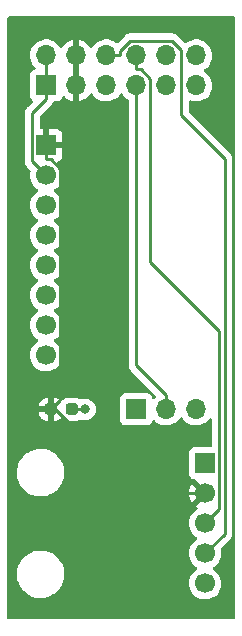
<source format=gtl>
G04 #@! TF.GenerationSoftware,KiCad,Pcbnew,6.0.9-8da3e8f707~116~ubuntu20.04.1*
G04 #@! TF.CreationDate,2023-03-05T00:07:15+01:00*
G04 #@! TF.ProjectId,accl_magn_pmod,6163636c-5f6d-4616-976e-5f706d6f642e,rev?*
G04 #@! TF.SameCoordinates,Original*
G04 #@! TF.FileFunction,Copper,L1,Top*
G04 #@! TF.FilePolarity,Positive*
%FSLAX46Y46*%
G04 Gerber Fmt 4.6, Leading zero omitted, Abs format (unit mm)*
G04 Created by KiCad (PCBNEW 6.0.9-8da3e8f707~116~ubuntu20.04.1) date 2023-03-05 00:07:15*
%MOMM*%
%LPD*%
G01*
G04 APERTURE LIST*
G04 Aperture macros list*
%AMRoundRect*
0 Rectangle with rounded corners*
0 $1 Rounding radius*
0 $2 $3 $4 $5 $6 $7 $8 $9 X,Y pos of 4 corners*
0 Add a 4 corners polygon primitive as box body*
4,1,4,$2,$3,$4,$5,$6,$7,$8,$9,$2,$3,0*
0 Add four circle primitives for the rounded corners*
1,1,$1+$1,$2,$3*
1,1,$1+$1,$4,$5*
1,1,$1+$1,$6,$7*
1,1,$1+$1,$8,$9*
0 Add four rect primitives between the rounded corners*
20,1,$1+$1,$2,$3,$4,$5,0*
20,1,$1+$1,$4,$5,$6,$7,0*
20,1,$1+$1,$6,$7,$8,$9,0*
20,1,$1+$1,$8,$9,$2,$3,0*%
G04 Aperture macros list end*
G04 #@! TA.AperFunction,ComponentPad*
%ADD10R,1.700000X1.700000*%
G04 #@! TD*
G04 #@! TA.AperFunction,ComponentPad*
%ADD11C,1.700000*%
G04 #@! TD*
G04 #@! TA.AperFunction,ComponentPad*
%ADD12O,1.700000X1.700000*%
G04 #@! TD*
G04 #@! TA.AperFunction,SMDPad,CuDef*
%ADD13RoundRect,0.237500X-0.287500X-0.237500X0.287500X-0.237500X0.287500X0.237500X-0.287500X0.237500X0*%
G04 #@! TD*
G04 #@! TA.AperFunction,ViaPad*
%ADD14C,0.800000*%
G04 #@! TD*
G04 #@! TA.AperFunction,Conductor*
%ADD15C,0.250000*%
G04 #@! TD*
G04 APERTURE END LIST*
D10*
X131572000Y-94234000D03*
D11*
X131572000Y-96774000D03*
X131572000Y-99314000D03*
X131572000Y-101854000D03*
X131572000Y-104394000D03*
D10*
X118110000Y-67310000D03*
D11*
X118110000Y-69850000D03*
X118110000Y-72390000D03*
X118110000Y-74930000D03*
X118110000Y-77470000D03*
X118110000Y-80010000D03*
X118110000Y-82550000D03*
X118110000Y-85090000D03*
D10*
X125730000Y-89662000D03*
D12*
X128270000Y-89662000D03*
X130810000Y-89662000D03*
D10*
X118110000Y-62230000D03*
D12*
X118110000Y-59690000D03*
X120650000Y-62230000D03*
X120650000Y-59690000D03*
X123190000Y-62230000D03*
X123190000Y-59690000D03*
X125730000Y-62230000D03*
X125730000Y-59690000D03*
X128270000Y-62230000D03*
X128270000Y-59690000D03*
X130810000Y-62230000D03*
X130810000Y-59690000D03*
D13*
X118505000Y-89662000D03*
X120255000Y-89662000D03*
D14*
X121393900Y-89662000D03*
D15*
X125730000Y-59690000D02*
X125730000Y-60865300D01*
X132765900Y-98120100D02*
X131572000Y-99314000D01*
X132765900Y-83045700D02*
X132765900Y-98120100D01*
X126905300Y-77185100D02*
X132765900Y-83045700D01*
X126905300Y-61673200D02*
X126905300Y-77185100D01*
X126097400Y-60865300D02*
X126905300Y-61673200D01*
X125730000Y-60865300D02*
X126097400Y-60865300D01*
X128270000Y-89662000D02*
X128270000Y-88486700D01*
X125730000Y-85946700D02*
X125730000Y-62230000D01*
X128270000Y-88486700D02*
X125730000Y-85946700D01*
X133220200Y-100205800D02*
X131572000Y-101854000D01*
X133220200Y-68440000D02*
X133220200Y-100205800D01*
X129540000Y-64759800D02*
X133220200Y-68440000D01*
X129540000Y-59226600D02*
X129540000Y-64759800D01*
X128779900Y-58466500D02*
X129540000Y-59226600D01*
X125221500Y-58466500D02*
X128779900Y-58466500D01*
X124365300Y-59322700D02*
X125221500Y-58466500D01*
X124365300Y-59690000D02*
X124365300Y-59322700D01*
X123190000Y-59690000D02*
X124365300Y-59690000D01*
X120255000Y-89662000D02*
X121393900Y-89662000D01*
X120650000Y-59690000D02*
X120650000Y-62230000D01*
X120650000Y-62230000D02*
X120650000Y-63405300D01*
X118110000Y-65945300D02*
X120650000Y-63405300D01*
X118110000Y-67310000D02*
X118110000Y-65945300D01*
X118110000Y-67310000D02*
X118110000Y-68485300D01*
X119291400Y-88875600D02*
X118691600Y-89475400D01*
X119291400Y-69299400D02*
X119291400Y-88875600D01*
X118477300Y-68485300D02*
X119291400Y-69299400D01*
X118110000Y-68485300D02*
X118477300Y-68485300D01*
X118691600Y-89475400D02*
X118505000Y-89662000D01*
X125990200Y-96774000D02*
X131572000Y-96774000D01*
X118691600Y-89475400D02*
X125990200Y-96774000D01*
X118110000Y-59690000D02*
X118110000Y-62230000D01*
X116934700Y-64580600D02*
X118110000Y-63405300D01*
X116934700Y-68674700D02*
X116934700Y-64580600D01*
X118110000Y-69850000D02*
X116934700Y-68674700D01*
X118110000Y-62230000D02*
X118110000Y-63405300D01*
G04 #@! TA.AperFunction,Conductor*
G36*
X133955018Y-56390000D02*
G01*
X133969853Y-56392310D01*
X133969855Y-56392310D01*
X133978724Y-56393691D01*
X133984508Y-56392935D01*
X134050868Y-56413307D01*
X134096700Y-56467528D01*
X134105165Y-56508873D01*
X134106309Y-56508723D01*
X134106309Y-56508724D01*
X134106329Y-56508873D01*
X134110436Y-56540283D01*
X134111500Y-56556621D01*
X134111500Y-107265633D01*
X134110000Y-107285018D01*
X134106309Y-107308724D01*
X134107065Y-107314508D01*
X134086693Y-107380868D01*
X134032472Y-107426700D01*
X133991127Y-107435165D01*
X133991277Y-107436309D01*
X133991276Y-107436309D01*
X133959714Y-107440436D01*
X133943379Y-107441500D01*
X114984367Y-107441500D01*
X114964982Y-107440000D01*
X114950148Y-107437690D01*
X114950145Y-107437690D01*
X114941276Y-107436309D01*
X114936065Y-107436990D01*
X114869984Y-107416706D01*
X114824150Y-107362486D01*
X114813671Y-107319778D01*
X114813729Y-107315000D01*
X114809773Y-107287376D01*
X114808500Y-107269514D01*
X114808500Y-103551133D01*
X115615222Y-103551133D01*
X115615375Y-103555521D01*
X115615375Y-103555527D01*
X115622327Y-103754590D01*
X115625025Y-103831858D01*
X115625787Y-103836181D01*
X115625788Y-103836188D01*
X115649564Y-103971024D01*
X115673802Y-104108487D01*
X115760603Y-104375635D01*
X115762531Y-104379588D01*
X115762533Y-104379593D01*
X115803657Y-104463908D01*
X115883740Y-104628102D01*
X115886195Y-104631741D01*
X115886198Y-104631747D01*
X115959290Y-104740110D01*
X116040815Y-104860976D01*
X116228771Y-105069722D01*
X116443950Y-105250279D01*
X116682164Y-105399131D01*
X116938775Y-105513382D01*
X117208790Y-105590807D01*
X117213140Y-105591418D01*
X117213143Y-105591419D01*
X117316090Y-105605887D01*
X117486952Y-105629900D01*
X117697546Y-105629900D01*
X117699732Y-105629747D01*
X117699736Y-105629747D01*
X117903227Y-105615518D01*
X117903232Y-105615517D01*
X117907612Y-105615211D01*
X118182370Y-105556809D01*
X118186499Y-105555306D01*
X118186503Y-105555305D01*
X118442181Y-105462246D01*
X118442185Y-105462244D01*
X118446326Y-105460737D01*
X118694342Y-105328864D01*
X118799296Y-105252611D01*
X118918029Y-105166347D01*
X118918032Y-105166344D01*
X118921592Y-105163758D01*
X119123652Y-104968631D01*
X119296588Y-104747282D01*
X119298784Y-104743478D01*
X119298789Y-104743471D01*
X119434835Y-104507831D01*
X119437036Y-104504019D01*
X119542262Y-104243576D01*
X119543328Y-104239301D01*
X119609153Y-103975293D01*
X119609154Y-103975288D01*
X119610217Y-103971024D01*
X119611933Y-103954702D01*
X119639119Y-103696036D01*
X119639119Y-103696033D01*
X119639578Y-103691667D01*
X119639425Y-103687273D01*
X119629929Y-103415339D01*
X119629928Y-103415333D01*
X119629775Y-103410942D01*
X119628000Y-103400870D01*
X119590000Y-103185364D01*
X119580998Y-103134313D01*
X119494197Y-102867165D01*
X119371060Y-102614698D01*
X119368605Y-102611059D01*
X119368602Y-102611053D01*
X119269298Y-102463829D01*
X119213985Y-102381824D01*
X119194743Y-102360453D01*
X119028966Y-102176340D01*
X119026029Y-102173078D01*
X118810850Y-101992521D01*
X118572636Y-101843669D01*
X118316025Y-101729418D01*
X118046010Y-101651993D01*
X118041660Y-101651382D01*
X118041657Y-101651381D01*
X117899205Y-101631361D01*
X117767848Y-101612900D01*
X117557254Y-101612900D01*
X117555068Y-101613053D01*
X117555064Y-101613053D01*
X117351573Y-101627282D01*
X117351568Y-101627283D01*
X117347188Y-101627589D01*
X117072430Y-101685991D01*
X117068301Y-101687494D01*
X117068297Y-101687495D01*
X116812619Y-101780554D01*
X116812615Y-101780556D01*
X116808474Y-101782063D01*
X116560458Y-101913936D01*
X116556899Y-101916522D01*
X116556897Y-101916523D01*
X116381832Y-102043715D01*
X116333208Y-102079042D01*
X116131148Y-102274169D01*
X115958212Y-102495518D01*
X115956016Y-102499322D01*
X115956011Y-102499329D01*
X115863775Y-102659088D01*
X115817764Y-102738781D01*
X115712538Y-102999224D01*
X115711473Y-103003497D01*
X115711472Y-103003499D01*
X115647869Y-103258598D01*
X115644583Y-103271776D01*
X115644124Y-103276144D01*
X115644123Y-103276149D01*
X115633772Y-103374635D01*
X115615222Y-103551133D01*
X114808500Y-103551133D01*
X114808500Y-94951133D01*
X115615222Y-94951133D01*
X115615375Y-94955521D01*
X115615375Y-94955527D01*
X115623440Y-95186460D01*
X115625025Y-95231858D01*
X115625787Y-95236181D01*
X115625788Y-95236188D01*
X115649564Y-95371024D01*
X115673802Y-95508487D01*
X115760603Y-95775635D01*
X115883740Y-96028102D01*
X115886195Y-96031741D01*
X115886198Y-96031747D01*
X115959290Y-96140110D01*
X116040815Y-96260976D01*
X116228771Y-96469722D01*
X116443950Y-96650279D01*
X116682164Y-96799131D01*
X116938775Y-96913382D01*
X117208790Y-96990807D01*
X117213140Y-96991418D01*
X117213143Y-96991419D01*
X117316090Y-97005887D01*
X117486952Y-97029900D01*
X117697546Y-97029900D01*
X117699732Y-97029747D01*
X117699736Y-97029747D01*
X117903227Y-97015518D01*
X117903232Y-97015517D01*
X117907612Y-97015211D01*
X118182370Y-96956809D01*
X118186499Y-96955306D01*
X118186503Y-96955305D01*
X118442181Y-96862246D01*
X118442185Y-96862244D01*
X118446326Y-96860737D01*
X118662372Y-96745863D01*
X130210050Y-96745863D01*
X130222309Y-96958477D01*
X130223745Y-96968697D01*
X130270565Y-97176446D01*
X130273645Y-97186275D01*
X130353770Y-97383603D01*
X130358413Y-97392794D01*
X130438460Y-97523420D01*
X130448916Y-97532880D01*
X130457694Y-97529096D01*
X131199978Y-96786812D01*
X131207592Y-96772868D01*
X131207461Y-96771035D01*
X131203210Y-96764420D01*
X130461849Y-96023059D01*
X130450313Y-96016759D01*
X130438031Y-96026382D01*
X130390089Y-96096662D01*
X130385004Y-96105613D01*
X130295338Y-96298783D01*
X130291775Y-96308470D01*
X130234864Y-96513681D01*
X130232933Y-96523800D01*
X130210302Y-96735574D01*
X130210050Y-96745863D01*
X118662372Y-96745863D01*
X118694342Y-96728864D01*
X118799296Y-96652611D01*
X118918029Y-96566347D01*
X118918032Y-96566344D01*
X118921592Y-96563758D01*
X119123652Y-96368631D01*
X119296588Y-96147282D01*
X119298784Y-96143478D01*
X119298789Y-96143471D01*
X119434835Y-95907831D01*
X119437036Y-95904019D01*
X119542262Y-95643576D01*
X119575944Y-95508487D01*
X119609153Y-95375293D01*
X119609154Y-95375288D01*
X119610217Y-95371024D01*
X119613700Y-95337891D01*
X119639119Y-95096036D01*
X119639119Y-95096033D01*
X119639578Y-95091667D01*
X119629775Y-94810942D01*
X119606008Y-94676149D01*
X119581760Y-94538636D01*
X119580998Y-94534313D01*
X119494197Y-94267165D01*
X119371060Y-94014698D01*
X119368605Y-94011059D01*
X119368602Y-94011053D01*
X119288335Y-93892053D01*
X119213985Y-93781824D01*
X119026029Y-93573078D01*
X118810850Y-93392521D01*
X118572636Y-93243669D01*
X118316025Y-93129418D01*
X118046010Y-93051993D01*
X118041660Y-93051382D01*
X118041657Y-93051381D01*
X117938710Y-93036913D01*
X117767848Y-93012900D01*
X117557254Y-93012900D01*
X117555068Y-93013053D01*
X117555064Y-93013053D01*
X117351573Y-93027282D01*
X117351568Y-93027283D01*
X117347188Y-93027589D01*
X117072430Y-93085991D01*
X117068301Y-93087494D01*
X117068297Y-93087495D01*
X116812619Y-93180554D01*
X116812615Y-93180556D01*
X116808474Y-93182063D01*
X116560458Y-93313936D01*
X116556899Y-93316522D01*
X116556897Y-93316523D01*
X116452295Y-93392521D01*
X116333208Y-93479042D01*
X116131148Y-93674169D01*
X115958212Y-93895518D01*
X115956016Y-93899322D01*
X115956011Y-93899329D01*
X115842194Y-94096467D01*
X115817764Y-94138781D01*
X115712538Y-94399224D01*
X115711473Y-94403497D01*
X115711472Y-94403499D01*
X115677779Y-94538636D01*
X115644583Y-94671776D01*
X115615222Y-94951133D01*
X114808500Y-94951133D01*
X114808500Y-89945766D01*
X117472000Y-89945766D01*
X117472337Y-89952282D01*
X117482075Y-90046132D01*
X117484968Y-90059528D01*
X117535488Y-90210953D01*
X117541653Y-90224115D01*
X117625426Y-90359492D01*
X117634460Y-90370890D01*
X117747129Y-90483363D01*
X117758540Y-90492375D01*
X117894063Y-90575912D01*
X117907241Y-90582056D01*
X118058766Y-90632315D01*
X118072132Y-90635181D01*
X118164770Y-90644672D01*
X118171185Y-90645000D01*
X118232885Y-90645000D01*
X118248124Y-90640525D01*
X118249329Y-90639135D01*
X118251000Y-90631452D01*
X118251000Y-90626885D01*
X118759000Y-90626885D01*
X118763475Y-90642124D01*
X118764865Y-90643329D01*
X118772548Y-90645000D01*
X118838766Y-90645000D01*
X118845282Y-90644663D01*
X118939132Y-90634925D01*
X118952528Y-90632032D01*
X119103953Y-90581512D01*
X119117115Y-90575347D01*
X119252492Y-90491574D01*
X119263895Y-90482536D01*
X119290525Y-90455860D01*
X119352807Y-90421781D01*
X119423627Y-90426784D01*
X119468715Y-90455705D01*
X119501997Y-90488929D01*
X119508227Y-90492769D01*
X119508228Y-90492770D01*
X119641834Y-90575126D01*
X119650080Y-90580209D01*
X119815191Y-90634974D01*
X119822027Y-90635674D01*
X119822030Y-90635675D01*
X119856828Y-90639240D01*
X119917928Y-90645500D01*
X120592072Y-90645500D01*
X120595318Y-90645163D01*
X120595322Y-90645163D01*
X120689235Y-90635419D01*
X120689239Y-90635418D01*
X120696093Y-90634707D01*
X120702629Y-90632526D01*
X120702631Y-90632526D01*
X120846228Y-90584618D01*
X120861107Y-90579654D01*
X120955176Y-90521442D01*
X121023626Y-90502606D01*
X121072725Y-90513481D01*
X121105577Y-90528108D01*
X121105585Y-90528111D01*
X121111612Y-90530794D01*
X121197909Y-90549137D01*
X121291956Y-90569128D01*
X121291961Y-90569128D01*
X121298413Y-90570500D01*
X121489387Y-90570500D01*
X121495839Y-90569128D01*
X121495844Y-90569128D01*
X121589891Y-90549137D01*
X121676188Y-90530794D01*
X121776701Y-90486043D01*
X121844622Y-90455803D01*
X121844624Y-90455802D01*
X121850652Y-90453118D01*
X121886898Y-90426784D01*
X121906057Y-90412864D01*
X122005153Y-90340866D01*
X122009575Y-90335955D01*
X122128521Y-90203852D01*
X122128522Y-90203851D01*
X122132940Y-90198944D01*
X122228427Y-90033556D01*
X122287442Y-89851928D01*
X122307404Y-89662000D01*
X122287442Y-89472072D01*
X122228427Y-89290444D01*
X122132940Y-89125056D01*
X122116755Y-89107080D01*
X122009575Y-88988045D01*
X122009574Y-88988044D01*
X122005153Y-88983134D01*
X121906057Y-88911136D01*
X121855994Y-88874763D01*
X121855993Y-88874762D01*
X121850652Y-88870882D01*
X121844624Y-88868198D01*
X121844622Y-88868197D01*
X121682219Y-88795891D01*
X121682218Y-88795891D01*
X121676188Y-88793206D01*
X121554231Y-88767283D01*
X121495844Y-88754872D01*
X121495839Y-88754872D01*
X121489387Y-88753500D01*
X121298413Y-88753500D01*
X121291961Y-88754872D01*
X121291956Y-88754872D01*
X121182148Y-88778213D01*
X121111612Y-88793206D01*
X121105579Y-88795892D01*
X121105576Y-88795893D01*
X121072773Y-88810498D01*
X121002406Y-88819932D01*
X120955409Y-88802651D01*
X120866150Y-88747631D01*
X120866148Y-88747630D01*
X120859920Y-88743791D01*
X120694809Y-88689026D01*
X120687973Y-88688326D01*
X120687970Y-88688325D01*
X120636474Y-88683049D01*
X120592072Y-88678500D01*
X119917928Y-88678500D01*
X119914682Y-88678837D01*
X119914678Y-88678837D01*
X119820765Y-88688581D01*
X119820761Y-88688582D01*
X119813907Y-88689293D01*
X119807371Y-88691474D01*
X119807369Y-88691474D01*
X119753219Y-88709540D01*
X119648893Y-88744346D01*
X119500969Y-88835884D01*
X119468769Y-88868141D01*
X119406488Y-88902220D01*
X119335668Y-88897218D01*
X119290578Y-88868296D01*
X119262871Y-88840637D01*
X119251460Y-88831625D01*
X119115937Y-88748088D01*
X119102759Y-88741944D01*
X118951234Y-88691685D01*
X118937868Y-88688819D01*
X118845230Y-88679328D01*
X118838815Y-88679000D01*
X118777115Y-88679000D01*
X118761876Y-88683475D01*
X118760671Y-88684865D01*
X118759000Y-88692548D01*
X118759000Y-90626885D01*
X118251000Y-90626885D01*
X118251000Y-89934115D01*
X118246525Y-89918876D01*
X118245135Y-89917671D01*
X118237452Y-89916000D01*
X117490115Y-89916000D01*
X117474876Y-89920475D01*
X117473671Y-89921865D01*
X117472000Y-89929548D01*
X117472000Y-89945766D01*
X114808500Y-89945766D01*
X114808500Y-89389885D01*
X117472000Y-89389885D01*
X117476475Y-89405124D01*
X117477865Y-89406329D01*
X117485548Y-89408000D01*
X118232885Y-89408000D01*
X118248124Y-89403525D01*
X118249329Y-89402135D01*
X118251000Y-89394452D01*
X118251000Y-88697115D01*
X118246525Y-88681876D01*
X118245135Y-88680671D01*
X118237452Y-88679000D01*
X118171234Y-88679000D01*
X118164718Y-88679337D01*
X118070868Y-88689075D01*
X118057472Y-88691968D01*
X117906047Y-88742488D01*
X117892885Y-88748653D01*
X117757508Y-88832426D01*
X117746110Y-88841460D01*
X117633637Y-88954129D01*
X117624625Y-88965540D01*
X117541088Y-89101063D01*
X117534944Y-89114241D01*
X117484685Y-89265766D01*
X117481819Y-89279132D01*
X117472328Y-89371770D01*
X117472000Y-89378185D01*
X117472000Y-89389885D01*
X114808500Y-89389885D01*
X114808500Y-64560543D01*
X116296480Y-64560543D01*
X116297226Y-64568435D01*
X116300641Y-64604561D01*
X116301200Y-64616419D01*
X116301200Y-68595933D01*
X116300673Y-68607116D01*
X116298998Y-68614609D01*
X116299247Y-68622535D01*
X116299247Y-68622536D01*
X116301138Y-68682686D01*
X116301200Y-68686645D01*
X116301200Y-68714556D01*
X116301697Y-68718490D01*
X116301697Y-68718491D01*
X116301705Y-68718556D01*
X116302638Y-68730393D01*
X116304027Y-68774589D01*
X116309156Y-68792242D01*
X116309678Y-68794039D01*
X116313687Y-68813400D01*
X116316226Y-68833497D01*
X116319145Y-68840868D01*
X116319145Y-68840870D01*
X116332504Y-68874612D01*
X116336349Y-68885842D01*
X116348682Y-68928293D01*
X116352715Y-68935112D01*
X116352717Y-68935117D01*
X116358993Y-68945728D01*
X116367688Y-68963476D01*
X116375148Y-68982317D01*
X116379810Y-68988733D01*
X116379810Y-68988734D01*
X116401136Y-69018087D01*
X116407652Y-69028007D01*
X116430158Y-69066062D01*
X116444479Y-69080383D01*
X116457319Y-69095416D01*
X116469228Y-69111807D01*
X116475334Y-69116858D01*
X116503305Y-69139998D01*
X116512084Y-69147988D01*
X116759778Y-69395682D01*
X116793804Y-69457994D01*
X116792100Y-69518448D01*
X116770989Y-69594570D01*
X116770441Y-69599700D01*
X116770440Y-69599704D01*
X116766933Y-69632522D01*
X116747251Y-69816695D01*
X116747548Y-69821848D01*
X116747548Y-69821851D01*
X116759265Y-70025060D01*
X116760110Y-70039715D01*
X116761247Y-70044761D01*
X116761248Y-70044767D01*
X116778735Y-70122358D01*
X116809222Y-70257639D01*
X116893266Y-70464616D01*
X116895965Y-70469020D01*
X116960181Y-70573811D01*
X117009987Y-70655088D01*
X117156250Y-70823938D01*
X117328126Y-70966632D01*
X117398595Y-71007811D01*
X117401445Y-71009476D01*
X117450169Y-71061114D01*
X117463240Y-71130897D01*
X117436509Y-71196669D01*
X117396055Y-71230027D01*
X117383607Y-71236507D01*
X117379474Y-71239610D01*
X117379471Y-71239612D01*
X117355247Y-71257800D01*
X117204965Y-71370635D01*
X117050629Y-71532138D01*
X116924743Y-71716680D01*
X116830688Y-71919305D01*
X116770989Y-72134570D01*
X116747251Y-72356695D01*
X116747548Y-72361848D01*
X116747548Y-72361851D01*
X116753011Y-72456590D01*
X116760110Y-72579715D01*
X116761247Y-72584761D01*
X116761248Y-72584767D01*
X116781119Y-72672939D01*
X116809222Y-72797639D01*
X116893266Y-73004616D01*
X117009987Y-73195088D01*
X117156250Y-73363938D01*
X117328126Y-73506632D01*
X117398595Y-73547811D01*
X117401445Y-73549476D01*
X117450169Y-73601114D01*
X117463240Y-73670897D01*
X117436509Y-73736669D01*
X117396055Y-73770027D01*
X117383607Y-73776507D01*
X117379474Y-73779610D01*
X117379471Y-73779612D01*
X117355247Y-73797800D01*
X117204965Y-73910635D01*
X117050629Y-74072138D01*
X116924743Y-74256680D01*
X116830688Y-74459305D01*
X116770989Y-74674570D01*
X116747251Y-74896695D01*
X116747548Y-74901848D01*
X116747548Y-74901851D01*
X116753011Y-74996590D01*
X116760110Y-75119715D01*
X116761247Y-75124761D01*
X116761248Y-75124767D01*
X116781119Y-75212939D01*
X116809222Y-75337639D01*
X116893266Y-75544616D01*
X117009987Y-75735088D01*
X117156250Y-75903938D01*
X117328126Y-76046632D01*
X117398595Y-76087811D01*
X117401445Y-76089476D01*
X117450169Y-76141114D01*
X117463240Y-76210897D01*
X117436509Y-76276669D01*
X117396055Y-76310027D01*
X117383607Y-76316507D01*
X117379474Y-76319610D01*
X117379471Y-76319612D01*
X117355247Y-76337800D01*
X117204965Y-76450635D01*
X117050629Y-76612138D01*
X116924743Y-76796680D01*
X116830688Y-76999305D01*
X116770989Y-77214570D01*
X116747251Y-77436695D01*
X116747548Y-77441848D01*
X116747548Y-77441851D01*
X116753011Y-77536590D01*
X116760110Y-77659715D01*
X116761247Y-77664761D01*
X116761248Y-77664767D01*
X116780044Y-77748170D01*
X116809222Y-77877639D01*
X116893266Y-78084616D01*
X117009987Y-78275088D01*
X117156250Y-78443938D01*
X117328126Y-78586632D01*
X117398595Y-78627811D01*
X117401445Y-78629476D01*
X117450169Y-78681114D01*
X117463240Y-78750897D01*
X117436509Y-78816669D01*
X117396055Y-78850027D01*
X117383607Y-78856507D01*
X117379474Y-78859610D01*
X117379471Y-78859612D01*
X117355247Y-78877800D01*
X117204965Y-78990635D01*
X117050629Y-79152138D01*
X116924743Y-79336680D01*
X116830688Y-79539305D01*
X116770989Y-79754570D01*
X116747251Y-79976695D01*
X116747548Y-79981848D01*
X116747548Y-79981851D01*
X116753011Y-80076590D01*
X116760110Y-80199715D01*
X116761247Y-80204761D01*
X116761248Y-80204767D01*
X116781119Y-80292939D01*
X116809222Y-80417639D01*
X116893266Y-80624616D01*
X117009987Y-80815088D01*
X117156250Y-80983938D01*
X117328126Y-81126632D01*
X117398595Y-81167811D01*
X117401445Y-81169476D01*
X117450169Y-81221114D01*
X117463240Y-81290897D01*
X117436509Y-81356669D01*
X117396055Y-81390027D01*
X117383607Y-81396507D01*
X117379474Y-81399610D01*
X117379471Y-81399612D01*
X117355247Y-81417800D01*
X117204965Y-81530635D01*
X117050629Y-81692138D01*
X116924743Y-81876680D01*
X116830688Y-82079305D01*
X116770989Y-82294570D01*
X116747251Y-82516695D01*
X116747548Y-82521848D01*
X116747548Y-82521851D01*
X116753011Y-82616590D01*
X116760110Y-82739715D01*
X116761247Y-82744761D01*
X116761248Y-82744767D01*
X116781119Y-82832939D01*
X116809222Y-82957639D01*
X116893266Y-83164616D01*
X116895965Y-83169020D01*
X116958581Y-83271200D01*
X117009987Y-83355088D01*
X117156250Y-83523938D01*
X117328126Y-83666632D01*
X117398595Y-83707811D01*
X117401445Y-83709476D01*
X117450169Y-83761114D01*
X117463240Y-83830897D01*
X117436509Y-83896669D01*
X117396055Y-83930027D01*
X117383607Y-83936507D01*
X117379474Y-83939610D01*
X117379471Y-83939612D01*
X117209100Y-84067530D01*
X117204965Y-84070635D01*
X117050629Y-84232138D01*
X116924743Y-84416680D01*
X116830688Y-84619305D01*
X116770989Y-84834570D01*
X116747251Y-85056695D01*
X116747548Y-85061848D01*
X116747548Y-85061851D01*
X116759265Y-85265060D01*
X116760110Y-85279715D01*
X116761247Y-85284761D01*
X116761248Y-85284767D01*
X116778735Y-85362358D01*
X116809222Y-85497639D01*
X116847461Y-85591811D01*
X116885015Y-85684295D01*
X116893266Y-85704616D01*
X116895965Y-85709020D01*
X116960181Y-85813811D01*
X117009987Y-85895088D01*
X117156250Y-86063938D01*
X117328126Y-86206632D01*
X117521000Y-86319338D01*
X117729692Y-86399030D01*
X117734760Y-86400061D01*
X117734763Y-86400062D01*
X117832703Y-86419988D01*
X117948597Y-86443567D01*
X117953772Y-86443757D01*
X117953774Y-86443757D01*
X118166673Y-86451564D01*
X118166677Y-86451564D01*
X118171837Y-86451753D01*
X118176957Y-86451097D01*
X118176959Y-86451097D01*
X118388288Y-86424025D01*
X118388289Y-86424025D01*
X118393416Y-86423368D01*
X118431314Y-86411998D01*
X118602429Y-86360661D01*
X118602434Y-86360659D01*
X118607384Y-86359174D01*
X118807994Y-86260896D01*
X118989860Y-86131173D01*
X119023521Y-86097630D01*
X119119085Y-86002399D01*
X119148096Y-85973489D01*
X119158763Y-85958645D01*
X119275435Y-85796277D01*
X119278453Y-85792077D01*
X119296576Y-85755409D01*
X119375136Y-85596453D01*
X119375137Y-85596451D01*
X119377430Y-85591811D01*
X119442370Y-85378069D01*
X119471529Y-85156590D01*
X119473156Y-85090000D01*
X119454852Y-84867361D01*
X119400431Y-84650702D01*
X119311354Y-84445840D01*
X119271906Y-84384862D01*
X119192822Y-84262617D01*
X119192820Y-84262614D01*
X119190014Y-84258277D01*
X119039670Y-84093051D01*
X119035619Y-84089852D01*
X119035615Y-84089848D01*
X118868414Y-83957800D01*
X118868410Y-83957798D01*
X118864359Y-83954598D01*
X118823053Y-83931796D01*
X118773084Y-83881364D01*
X118758312Y-83811921D01*
X118783428Y-83745516D01*
X118810780Y-83718909D01*
X118854603Y-83687650D01*
X118989860Y-83591173D01*
X119148096Y-83433489D01*
X119207594Y-83350689D01*
X119275435Y-83256277D01*
X119278453Y-83252077D01*
X119305267Y-83197824D01*
X119375136Y-83056453D01*
X119375137Y-83056451D01*
X119377430Y-83051811D01*
X119442370Y-82838069D01*
X119471529Y-82616590D01*
X119473156Y-82550000D01*
X119454852Y-82327361D01*
X119400431Y-82110702D01*
X119311354Y-81905840D01*
X119230604Y-81781020D01*
X119192822Y-81722617D01*
X119192820Y-81722614D01*
X119190014Y-81718277D01*
X119039670Y-81553051D01*
X119035619Y-81549852D01*
X119035615Y-81549848D01*
X118868414Y-81417800D01*
X118868410Y-81417798D01*
X118864359Y-81414598D01*
X118823053Y-81391796D01*
X118773084Y-81341364D01*
X118758312Y-81271921D01*
X118783428Y-81205516D01*
X118810780Y-81178909D01*
X118854603Y-81147650D01*
X118989860Y-81051173D01*
X119148096Y-80893489D01*
X119207594Y-80810689D01*
X119275435Y-80716277D01*
X119278453Y-80712077D01*
X119377430Y-80511811D01*
X119442370Y-80298069D01*
X119471529Y-80076590D01*
X119473156Y-80010000D01*
X119454852Y-79787361D01*
X119400431Y-79570702D01*
X119311354Y-79365840D01*
X119190014Y-79178277D01*
X119039670Y-79013051D01*
X119035619Y-79009852D01*
X119035615Y-79009848D01*
X118868414Y-78877800D01*
X118868410Y-78877798D01*
X118864359Y-78874598D01*
X118823053Y-78851796D01*
X118773084Y-78801364D01*
X118758312Y-78731921D01*
X118783428Y-78665516D01*
X118810780Y-78638909D01*
X118854603Y-78607650D01*
X118989860Y-78511173D01*
X119148096Y-78353489D01*
X119207594Y-78270689D01*
X119275435Y-78176277D01*
X119278453Y-78172077D01*
X119377430Y-77971811D01*
X119442370Y-77758069D01*
X119471529Y-77536590D01*
X119473156Y-77470000D01*
X119454852Y-77247361D01*
X119400431Y-77030702D01*
X119311354Y-76825840D01*
X119190014Y-76638277D01*
X119039670Y-76473051D01*
X119035619Y-76469852D01*
X119035615Y-76469848D01*
X118868414Y-76337800D01*
X118868410Y-76337798D01*
X118864359Y-76334598D01*
X118823053Y-76311796D01*
X118773084Y-76261364D01*
X118758312Y-76191921D01*
X118783428Y-76125516D01*
X118810780Y-76098909D01*
X118854603Y-76067650D01*
X118989860Y-75971173D01*
X119148096Y-75813489D01*
X119207594Y-75730689D01*
X119275435Y-75636277D01*
X119278453Y-75632077D01*
X119377430Y-75431811D01*
X119442370Y-75218069D01*
X119471529Y-74996590D01*
X119473156Y-74930000D01*
X119454852Y-74707361D01*
X119400431Y-74490702D01*
X119311354Y-74285840D01*
X119190014Y-74098277D01*
X119039670Y-73933051D01*
X119035619Y-73929852D01*
X119035615Y-73929848D01*
X118868414Y-73797800D01*
X118868410Y-73797798D01*
X118864359Y-73794598D01*
X118823053Y-73771796D01*
X118773084Y-73721364D01*
X118758312Y-73651921D01*
X118783428Y-73585516D01*
X118810780Y-73558909D01*
X118854603Y-73527650D01*
X118989860Y-73431173D01*
X119148096Y-73273489D01*
X119207594Y-73190689D01*
X119275435Y-73096277D01*
X119278453Y-73092077D01*
X119377430Y-72891811D01*
X119442370Y-72678069D01*
X119471529Y-72456590D01*
X119473156Y-72390000D01*
X119454852Y-72167361D01*
X119400431Y-71950702D01*
X119311354Y-71745840D01*
X119190014Y-71558277D01*
X119039670Y-71393051D01*
X119035619Y-71389852D01*
X119035615Y-71389848D01*
X118868414Y-71257800D01*
X118868410Y-71257798D01*
X118864359Y-71254598D01*
X118823053Y-71231796D01*
X118773084Y-71181364D01*
X118758312Y-71111921D01*
X118783428Y-71045516D01*
X118810780Y-71018909D01*
X118854603Y-70987650D01*
X118989860Y-70891173D01*
X119148096Y-70733489D01*
X119207594Y-70650689D01*
X119275435Y-70556277D01*
X119278453Y-70552077D01*
X119296576Y-70515409D01*
X119375136Y-70356453D01*
X119375137Y-70356451D01*
X119377430Y-70351811D01*
X119442370Y-70138069D01*
X119471529Y-69916590D01*
X119473156Y-69850000D01*
X119454852Y-69627361D01*
X119400431Y-69410702D01*
X119311354Y-69205840D01*
X119230192Y-69080383D01*
X119192822Y-69022617D01*
X119192820Y-69022614D01*
X119190014Y-69018277D01*
X119186540Y-69014459D01*
X119186533Y-69014450D01*
X119042435Y-68856088D01*
X119011383Y-68792242D01*
X119019779Y-68721744D01*
X119064956Y-68666976D01*
X119091400Y-68653307D01*
X119198052Y-68613325D01*
X119213649Y-68604786D01*
X119315724Y-68528285D01*
X119328285Y-68515724D01*
X119404786Y-68413649D01*
X119413324Y-68398054D01*
X119458478Y-68277606D01*
X119462105Y-68262351D01*
X119467631Y-68211486D01*
X119468000Y-68204672D01*
X119468000Y-67582115D01*
X119463525Y-67566876D01*
X119462135Y-67565671D01*
X119454452Y-67564000D01*
X117982000Y-67564000D01*
X117913879Y-67543998D01*
X117867386Y-67490342D01*
X117856000Y-67438000D01*
X117856000Y-67037885D01*
X118364000Y-67037885D01*
X118368475Y-67053124D01*
X118369865Y-67054329D01*
X118377548Y-67056000D01*
X119449884Y-67056000D01*
X119465123Y-67051525D01*
X119466328Y-67050135D01*
X119467999Y-67042452D01*
X119467999Y-66415331D01*
X119467629Y-66408510D01*
X119462105Y-66357648D01*
X119458479Y-66342396D01*
X119413324Y-66221946D01*
X119404786Y-66206351D01*
X119328285Y-66104276D01*
X119315724Y-66091715D01*
X119213649Y-66015214D01*
X119198054Y-66006676D01*
X119077606Y-65961522D01*
X119062351Y-65957895D01*
X119011486Y-65952369D01*
X119004672Y-65952000D01*
X118382115Y-65952000D01*
X118366876Y-65956475D01*
X118365671Y-65957865D01*
X118364000Y-65965548D01*
X118364000Y-67037885D01*
X117856000Y-67037885D01*
X117856000Y-65970116D01*
X117851525Y-65954877D01*
X117850135Y-65953672D01*
X117842452Y-65952001D01*
X117694200Y-65952001D01*
X117626079Y-65931999D01*
X117579586Y-65878343D01*
X117568200Y-65826001D01*
X117568200Y-64895194D01*
X117588202Y-64827073D01*
X117605105Y-64806099D01*
X118502247Y-63908957D01*
X118510537Y-63901413D01*
X118517018Y-63897300D01*
X118563659Y-63847632D01*
X118566413Y-63844791D01*
X118586134Y-63825070D01*
X118588612Y-63821875D01*
X118596318Y-63812853D01*
X118621158Y-63786401D01*
X118626586Y-63780621D01*
X118636346Y-63762868D01*
X118647199Y-63746345D01*
X118654753Y-63736606D01*
X118659613Y-63730341D01*
X118677176Y-63689757D01*
X118682383Y-63679128D01*
X118696307Y-63653799D01*
X118746650Y-63603741D01*
X118806721Y-63588500D01*
X119008134Y-63588500D01*
X119070316Y-63581745D01*
X119206705Y-63530615D01*
X119323261Y-63443261D01*
X119410615Y-63326705D01*
X119454798Y-63208848D01*
X119497440Y-63152084D01*
X119564001Y-63127384D01*
X119633350Y-63142592D01*
X119668017Y-63170580D01*
X119693218Y-63199673D01*
X119700580Y-63206883D01*
X119864434Y-63342916D01*
X119872881Y-63348831D01*
X120056756Y-63456279D01*
X120066042Y-63460729D01*
X120265001Y-63536703D01*
X120274899Y-63539579D01*
X120378250Y-63560606D01*
X120392299Y-63559410D01*
X120396000Y-63549065D01*
X120396000Y-63548517D01*
X120904000Y-63548517D01*
X120908064Y-63562359D01*
X120921478Y-63564393D01*
X120928184Y-63563534D01*
X120938262Y-63561392D01*
X121142255Y-63500191D01*
X121151842Y-63496433D01*
X121343095Y-63402739D01*
X121351945Y-63397464D01*
X121525328Y-63273792D01*
X121533200Y-63267139D01*
X121684052Y-63116812D01*
X121690730Y-63108965D01*
X121818022Y-62931819D01*
X121819279Y-62932722D01*
X121866373Y-62889362D01*
X121936311Y-62877145D01*
X122001751Y-62904678D01*
X122029579Y-62936511D01*
X122089987Y-63035088D01*
X122236250Y-63203938D01*
X122408126Y-63346632D01*
X122601000Y-63459338D01*
X122809692Y-63539030D01*
X122814760Y-63540061D01*
X122814763Y-63540062D01*
X122869494Y-63551197D01*
X123028597Y-63583567D01*
X123033772Y-63583757D01*
X123033774Y-63583757D01*
X123246673Y-63591564D01*
X123246677Y-63591564D01*
X123251837Y-63591753D01*
X123256957Y-63591097D01*
X123256959Y-63591097D01*
X123468288Y-63564025D01*
X123468289Y-63564025D01*
X123473416Y-63563368D01*
X123478366Y-63561883D01*
X123682429Y-63500661D01*
X123682434Y-63500659D01*
X123687384Y-63499174D01*
X123887994Y-63400896D01*
X124069860Y-63271173D01*
X124228096Y-63113489D01*
X124358453Y-62932077D01*
X124359776Y-62933028D01*
X124406645Y-62889857D01*
X124476580Y-62877625D01*
X124542026Y-62905144D01*
X124569875Y-62936994D01*
X124629987Y-63035088D01*
X124776250Y-63203938D01*
X124948126Y-63346632D01*
X124952593Y-63349242D01*
X125034070Y-63396853D01*
X125082794Y-63448491D01*
X125096500Y-63505641D01*
X125096500Y-85867933D01*
X125095973Y-85879116D01*
X125094298Y-85886609D01*
X125094547Y-85894535D01*
X125094547Y-85894536D01*
X125096438Y-85954686D01*
X125096500Y-85958645D01*
X125096500Y-85986556D01*
X125096997Y-85990490D01*
X125096997Y-85990491D01*
X125097005Y-85990556D01*
X125097938Y-86002393D01*
X125099327Y-86046589D01*
X125104978Y-86066039D01*
X125108987Y-86085400D01*
X125111526Y-86105497D01*
X125114445Y-86112868D01*
X125114445Y-86112870D01*
X125127804Y-86146612D01*
X125131649Y-86157842D01*
X125143982Y-86200293D01*
X125148015Y-86207112D01*
X125148017Y-86207117D01*
X125154293Y-86217728D01*
X125162988Y-86235476D01*
X125170448Y-86254317D01*
X125175110Y-86260733D01*
X125175110Y-86260734D01*
X125196436Y-86290087D01*
X125202952Y-86300007D01*
X125214385Y-86319338D01*
X125225458Y-86338062D01*
X125239779Y-86352383D01*
X125252619Y-86367416D01*
X125264528Y-86383807D01*
X125284177Y-86400062D01*
X125298605Y-86411998D01*
X125307384Y-86419988D01*
X127358529Y-88471133D01*
X127392555Y-88533445D01*
X127387490Y-88604260D01*
X127360529Y-88647277D01*
X127301029Y-88709540D01*
X127284282Y-88727065D01*
X127222758Y-88762494D01*
X127151846Y-88759037D01*
X127094059Y-88717790D01*
X127075207Y-88684243D01*
X127033767Y-88573703D01*
X127030615Y-88565295D01*
X126943261Y-88448739D01*
X126826705Y-88361385D01*
X126690316Y-88310255D01*
X126628134Y-88303500D01*
X124831866Y-88303500D01*
X124769684Y-88310255D01*
X124633295Y-88361385D01*
X124516739Y-88448739D01*
X124429385Y-88565295D01*
X124378255Y-88701684D01*
X124371500Y-88763866D01*
X124371500Y-90560134D01*
X124378255Y-90622316D01*
X124429385Y-90758705D01*
X124516739Y-90875261D01*
X124633295Y-90962615D01*
X124769684Y-91013745D01*
X124831866Y-91020500D01*
X126628134Y-91020500D01*
X126690316Y-91013745D01*
X126826705Y-90962615D01*
X126943261Y-90875261D01*
X127030615Y-90758705D01*
X127073177Y-90645172D01*
X127074598Y-90641382D01*
X127117240Y-90584618D01*
X127183802Y-90559918D01*
X127253150Y-90575126D01*
X127287817Y-90603114D01*
X127316250Y-90635938D01*
X127488126Y-90778632D01*
X127681000Y-90891338D01*
X127889692Y-90971030D01*
X127894760Y-90972061D01*
X127894763Y-90972062D01*
X128002017Y-90993883D01*
X128108597Y-91015567D01*
X128113772Y-91015757D01*
X128113774Y-91015757D01*
X128326673Y-91023564D01*
X128326677Y-91023564D01*
X128331837Y-91023753D01*
X128336957Y-91023097D01*
X128336959Y-91023097D01*
X128548288Y-90996025D01*
X128548289Y-90996025D01*
X128553416Y-90995368D01*
X128558366Y-90993883D01*
X128762429Y-90932661D01*
X128762434Y-90932659D01*
X128767384Y-90931174D01*
X128967994Y-90832896D01*
X129149860Y-90703173D01*
X129209914Y-90643329D01*
X129293616Y-90559918D01*
X129308096Y-90545489D01*
X129317670Y-90532166D01*
X129438453Y-90364077D01*
X129439776Y-90365028D01*
X129486645Y-90321857D01*
X129556580Y-90309625D01*
X129622026Y-90337144D01*
X129649875Y-90368994D01*
X129709987Y-90467088D01*
X129856250Y-90635938D01*
X130028126Y-90778632D01*
X130221000Y-90891338D01*
X130429692Y-90971030D01*
X130434760Y-90972061D01*
X130434763Y-90972062D01*
X130542017Y-90993883D01*
X130648597Y-91015567D01*
X130653772Y-91015757D01*
X130653774Y-91015757D01*
X130866673Y-91023564D01*
X130866677Y-91023564D01*
X130871837Y-91023753D01*
X130876957Y-91023097D01*
X130876959Y-91023097D01*
X131088288Y-90996025D01*
X131088289Y-90996025D01*
X131093416Y-90995368D01*
X131098366Y-90993883D01*
X131302429Y-90932661D01*
X131302434Y-90932659D01*
X131307384Y-90931174D01*
X131507994Y-90832896D01*
X131689860Y-90703173D01*
X131749914Y-90643329D01*
X131833616Y-90559918D01*
X131848096Y-90545489D01*
X131851243Y-90541109D01*
X131904077Y-90467583D01*
X131960072Y-90423935D01*
X132030775Y-90417489D01*
X132093740Y-90450292D01*
X132128974Y-90511928D01*
X132132400Y-90541109D01*
X132132400Y-92749500D01*
X132112398Y-92817621D01*
X132058742Y-92864114D01*
X132006400Y-92875500D01*
X130673866Y-92875500D01*
X130611684Y-92882255D01*
X130475295Y-92933385D01*
X130358739Y-93020739D01*
X130271385Y-93137295D01*
X130220255Y-93273684D01*
X130213500Y-93335866D01*
X130213500Y-95132134D01*
X130220255Y-95194316D01*
X130271385Y-95330705D01*
X130358739Y-95447261D01*
X130475295Y-95534615D01*
X130611684Y-95585745D01*
X130673866Y-95592500D01*
X130706840Y-95592500D01*
X130774961Y-95612502D01*
X130817384Y-95658035D01*
X130819967Y-95662757D01*
X131842115Y-96684905D01*
X131876141Y-96747217D01*
X131871076Y-96818032D01*
X131842115Y-96863095D01*
X130818737Y-97886473D01*
X130811977Y-97898853D01*
X130817258Y-97905907D01*
X130863969Y-97933203D01*
X130912693Y-97984841D01*
X130925764Y-98054624D01*
X130899033Y-98120396D01*
X130858584Y-98153752D01*
X130845607Y-98160507D01*
X130841474Y-98163610D01*
X130841471Y-98163612D01*
X130671100Y-98291530D01*
X130666965Y-98294635D01*
X130512629Y-98456138D01*
X130386743Y-98640680D01*
X130292688Y-98843305D01*
X130232989Y-99058570D01*
X130209251Y-99280695D01*
X130222110Y-99503715D01*
X130223247Y-99508761D01*
X130223248Y-99508767D01*
X130247304Y-99615508D01*
X130271222Y-99721639D01*
X130355266Y-99928616D01*
X130471987Y-100119088D01*
X130618250Y-100287938D01*
X130790126Y-100430632D01*
X130860595Y-100471811D01*
X130863445Y-100473476D01*
X130912169Y-100525114D01*
X130925240Y-100594897D01*
X130898509Y-100660669D01*
X130858055Y-100694027D01*
X130845607Y-100700507D01*
X130841474Y-100703610D01*
X130841471Y-100703612D01*
X130671100Y-100831530D01*
X130666965Y-100834635D01*
X130512629Y-100996138D01*
X130386743Y-101180680D01*
X130292688Y-101383305D01*
X130232989Y-101598570D01*
X130209251Y-101820695D01*
X130209548Y-101825848D01*
X130209548Y-101825851D01*
X130215011Y-101920590D01*
X130222110Y-102043715D01*
X130223247Y-102048761D01*
X130223248Y-102048767D01*
X130243119Y-102136939D01*
X130271222Y-102261639D01*
X130355266Y-102468616D01*
X130357965Y-102473020D01*
X130447207Y-102618650D01*
X130471987Y-102659088D01*
X130618250Y-102827938D01*
X130790126Y-102970632D01*
X130839056Y-102999224D01*
X130863445Y-103013476D01*
X130912169Y-103065114D01*
X130925240Y-103134897D01*
X130898509Y-103200669D01*
X130858055Y-103234027D01*
X130845607Y-103240507D01*
X130841474Y-103243610D01*
X130841471Y-103243612D01*
X130798136Y-103276149D01*
X130666965Y-103374635D01*
X130512629Y-103536138D01*
X130386743Y-103720680D01*
X130292688Y-103923305D01*
X130232989Y-104138570D01*
X130209251Y-104360695D01*
X130209548Y-104365848D01*
X130209548Y-104365851D01*
X130217515Y-104504019D01*
X130222110Y-104583715D01*
X130223247Y-104588761D01*
X130223248Y-104588767D01*
X130243119Y-104676939D01*
X130271222Y-104801639D01*
X130355266Y-105008616D01*
X130471987Y-105199088D01*
X130618250Y-105367938D01*
X130790126Y-105510632D01*
X130983000Y-105623338D01*
X131191692Y-105703030D01*
X131196760Y-105704061D01*
X131196763Y-105704062D01*
X131304017Y-105725883D01*
X131410597Y-105747567D01*
X131415772Y-105747757D01*
X131415774Y-105747757D01*
X131628673Y-105755564D01*
X131628677Y-105755564D01*
X131633837Y-105755753D01*
X131638957Y-105755097D01*
X131638959Y-105755097D01*
X131850288Y-105728025D01*
X131850289Y-105728025D01*
X131855416Y-105727368D01*
X131860366Y-105725883D01*
X132064429Y-105664661D01*
X132064434Y-105664659D01*
X132069384Y-105663174D01*
X132269994Y-105564896D01*
X132451860Y-105435173D01*
X132610096Y-105277489D01*
X132631681Y-105247451D01*
X132737435Y-105100277D01*
X132740453Y-105096077D01*
X132753479Y-105069722D01*
X132837136Y-104900453D01*
X132837137Y-104900451D01*
X132839430Y-104895811D01*
X132904370Y-104682069D01*
X132933529Y-104460590D01*
X132935156Y-104394000D01*
X132916852Y-104171361D01*
X132862431Y-103954702D01*
X132773354Y-103749840D01*
X132652014Y-103562277D01*
X132501670Y-103397051D01*
X132497619Y-103393852D01*
X132497615Y-103393848D01*
X132330414Y-103261800D01*
X132330410Y-103261798D01*
X132326359Y-103258598D01*
X132285053Y-103235796D01*
X132235084Y-103185364D01*
X132220312Y-103115921D01*
X132245428Y-103049516D01*
X132272780Y-103022909D01*
X132316603Y-102991650D01*
X132451860Y-102895173D01*
X132475763Y-102871354D01*
X132606435Y-102741137D01*
X132610096Y-102737489D01*
X132669594Y-102654689D01*
X132737435Y-102560277D01*
X132740453Y-102556077D01*
X132768500Y-102499329D01*
X132837136Y-102360453D01*
X132837137Y-102360451D01*
X132839430Y-102355811D01*
X132904370Y-102142069D01*
X132933529Y-101920590D01*
X132933611Y-101917240D01*
X132935074Y-101857365D01*
X132935074Y-101857361D01*
X132935156Y-101854000D01*
X132916852Y-101631361D01*
X132888821Y-101519765D01*
X132891625Y-101448825D01*
X132921930Y-101399974D01*
X133612458Y-100709447D01*
X133620737Y-100701913D01*
X133627218Y-100697800D01*
X133673844Y-100648148D01*
X133676598Y-100645307D01*
X133696335Y-100625570D01*
X133698815Y-100622373D01*
X133706520Y-100613351D01*
X133721539Y-100597357D01*
X133736786Y-100581121D01*
X133740605Y-100574175D01*
X133740607Y-100574172D01*
X133746548Y-100563366D01*
X133757399Y-100546847D01*
X133764958Y-100537101D01*
X133769814Y-100530841D01*
X133772959Y-100523572D01*
X133772962Y-100523568D01*
X133787374Y-100490263D01*
X133792591Y-100479613D01*
X133813895Y-100440860D01*
X133818933Y-100421237D01*
X133825337Y-100402534D01*
X133830233Y-100391220D01*
X133830233Y-100391219D01*
X133833381Y-100383945D01*
X133834620Y-100376122D01*
X133834623Y-100376112D01*
X133840299Y-100340276D01*
X133842705Y-100328656D01*
X133851728Y-100293511D01*
X133851728Y-100293510D01*
X133853700Y-100285830D01*
X133853700Y-100265576D01*
X133855251Y-100245865D01*
X133857180Y-100233686D01*
X133858420Y-100225857D01*
X133854259Y-100181838D01*
X133853700Y-100169981D01*
X133853700Y-68518768D01*
X133854227Y-68507585D01*
X133855902Y-68500092D01*
X133853762Y-68432001D01*
X133853700Y-68428044D01*
X133853700Y-68400144D01*
X133853196Y-68396153D01*
X133852263Y-68384311D01*
X133851123Y-68348036D01*
X133850874Y-68340111D01*
X133848662Y-68332497D01*
X133848661Y-68332492D01*
X133845223Y-68320659D01*
X133841212Y-68301295D01*
X133839667Y-68289064D01*
X133838674Y-68281203D01*
X133835757Y-68273836D01*
X133835756Y-68273831D01*
X133822398Y-68240092D01*
X133818554Y-68228865D01*
X133816432Y-68221561D01*
X133806218Y-68186407D01*
X133795907Y-68168972D01*
X133787212Y-68151224D01*
X133779752Y-68132383D01*
X133753764Y-68096613D01*
X133747248Y-68086693D01*
X133728780Y-68055465D01*
X133728778Y-68055462D01*
X133724742Y-68048638D01*
X133710421Y-68034317D01*
X133697580Y-68019283D01*
X133690331Y-68009306D01*
X133685672Y-68002893D01*
X133651595Y-67974702D01*
X133642816Y-67966712D01*
X130210405Y-64534300D01*
X130176379Y-64471988D01*
X130173500Y-64445205D01*
X130173500Y-63624189D01*
X130193502Y-63556068D01*
X130247158Y-63509575D01*
X130317432Y-63499471D01*
X130344449Y-63506479D01*
X130352557Y-63509575D01*
X130429692Y-63539030D01*
X130434760Y-63540061D01*
X130434763Y-63540062D01*
X130489494Y-63551197D01*
X130648597Y-63583567D01*
X130653772Y-63583757D01*
X130653774Y-63583757D01*
X130866673Y-63591564D01*
X130866677Y-63591564D01*
X130871837Y-63591753D01*
X130876957Y-63591097D01*
X130876959Y-63591097D01*
X131088288Y-63564025D01*
X131088289Y-63564025D01*
X131093416Y-63563368D01*
X131098366Y-63561883D01*
X131302429Y-63500661D01*
X131302434Y-63500659D01*
X131307384Y-63499174D01*
X131507994Y-63400896D01*
X131689860Y-63271173D01*
X131848096Y-63113489D01*
X131978453Y-62932077D01*
X131991995Y-62904678D01*
X132075136Y-62736453D01*
X132075137Y-62736451D01*
X132077430Y-62731811D01*
X132142370Y-62518069D01*
X132171529Y-62296590D01*
X132173156Y-62230000D01*
X132154852Y-62007361D01*
X132100431Y-61790702D01*
X132011354Y-61585840D01*
X131890014Y-61398277D01*
X131739670Y-61233051D01*
X131735619Y-61229852D01*
X131735615Y-61229848D01*
X131568414Y-61097800D01*
X131568410Y-61097798D01*
X131564359Y-61094598D01*
X131523053Y-61071796D01*
X131473084Y-61021364D01*
X131458312Y-60951921D01*
X131483428Y-60885516D01*
X131510780Y-60858909D01*
X131554603Y-60827650D01*
X131689860Y-60731173D01*
X131848096Y-60573489D01*
X131907594Y-60490689D01*
X131975435Y-60396277D01*
X131978453Y-60392077D01*
X131991995Y-60364678D01*
X132075136Y-60196453D01*
X132075137Y-60196451D01*
X132077430Y-60191811D01*
X132142370Y-59978069D01*
X132171529Y-59756590D01*
X132173156Y-59690000D01*
X132154852Y-59467361D01*
X132100431Y-59250702D01*
X132011354Y-59045840D01*
X131890014Y-58858277D01*
X131739670Y-58693051D01*
X131735619Y-58689852D01*
X131735615Y-58689848D01*
X131568414Y-58557800D01*
X131568410Y-58557798D01*
X131564359Y-58554598D01*
X131528028Y-58534542D01*
X131512136Y-58525769D01*
X131368789Y-58446638D01*
X131363920Y-58444914D01*
X131363916Y-58444912D01*
X131163087Y-58373795D01*
X131163083Y-58373794D01*
X131158212Y-58372069D01*
X131153119Y-58371162D01*
X131153116Y-58371161D01*
X130943373Y-58333800D01*
X130943367Y-58333799D01*
X130938284Y-58332894D01*
X130864452Y-58331992D01*
X130720081Y-58330228D01*
X130720079Y-58330228D01*
X130714911Y-58330165D01*
X130494091Y-58363955D01*
X130281756Y-58433357D01*
X130083607Y-58536507D01*
X130079474Y-58539610D01*
X130079471Y-58539612D01*
X130059512Y-58554598D01*
X129978106Y-58615719D01*
X129911622Y-58640625D01*
X129842227Y-58625633D01*
X129813358Y-58604054D01*
X129584294Y-58374989D01*
X129283547Y-58074242D01*
X129276013Y-58065963D01*
X129271900Y-58059482D01*
X129222248Y-58012856D01*
X129219407Y-58010102D01*
X129199670Y-57990365D01*
X129196473Y-57987885D01*
X129187451Y-57980180D01*
X129183297Y-57976279D01*
X129155221Y-57949914D01*
X129148275Y-57946095D01*
X129148272Y-57946093D01*
X129137466Y-57940152D01*
X129120947Y-57929301D01*
X129120483Y-57928941D01*
X129104941Y-57916886D01*
X129097672Y-57913741D01*
X129097668Y-57913738D01*
X129064363Y-57899326D01*
X129053713Y-57894109D01*
X129014960Y-57872805D01*
X128995337Y-57867767D01*
X128976634Y-57861363D01*
X128965320Y-57856467D01*
X128965319Y-57856467D01*
X128958045Y-57853319D01*
X128950222Y-57852080D01*
X128950212Y-57852077D01*
X128914376Y-57846401D01*
X128902756Y-57843995D01*
X128867611Y-57834972D01*
X128867610Y-57834972D01*
X128859930Y-57833000D01*
X128839676Y-57833000D01*
X128819965Y-57831449D01*
X128807786Y-57829520D01*
X128799957Y-57828280D01*
X128770686Y-57831047D01*
X128755939Y-57832441D01*
X128744081Y-57833000D01*
X125300268Y-57833000D01*
X125289085Y-57832473D01*
X125281592Y-57830798D01*
X125273666Y-57831047D01*
X125273665Y-57831047D01*
X125213502Y-57832938D01*
X125209544Y-57833000D01*
X125181644Y-57833000D01*
X125177654Y-57833504D01*
X125165820Y-57834436D01*
X125121611Y-57835826D01*
X125113995Y-57838039D01*
X125113993Y-57838039D01*
X125102152Y-57841479D01*
X125082793Y-57845488D01*
X125081483Y-57845654D01*
X125062703Y-57848026D01*
X125055337Y-57850942D01*
X125055331Y-57850944D01*
X125021598Y-57864300D01*
X125010368Y-57868145D01*
X124994328Y-57872805D01*
X124967907Y-57880481D01*
X124961084Y-57884516D01*
X124950466Y-57890795D01*
X124932713Y-57899492D01*
X124925068Y-57902519D01*
X124913883Y-57906948D01*
X124900205Y-57916886D01*
X124878112Y-57932937D01*
X124868195Y-57939451D01*
X124830138Y-57961958D01*
X124815817Y-57976279D01*
X124800784Y-57989119D01*
X124784393Y-58001028D01*
X124779342Y-58007133D01*
X124779337Y-58007138D01*
X124756206Y-58035098D01*
X124748218Y-58043876D01*
X124187387Y-58604707D01*
X124125075Y-58638733D01*
X124054260Y-58633668D01*
X124020200Y-58614494D01*
X123948414Y-58557800D01*
X123948410Y-58557798D01*
X123944359Y-58554598D01*
X123908028Y-58534542D01*
X123892136Y-58525769D01*
X123748789Y-58446638D01*
X123743920Y-58444914D01*
X123743916Y-58444912D01*
X123543087Y-58373795D01*
X123543083Y-58373794D01*
X123538212Y-58372069D01*
X123533119Y-58371162D01*
X123533116Y-58371161D01*
X123323373Y-58333800D01*
X123323367Y-58333799D01*
X123318284Y-58332894D01*
X123244452Y-58331992D01*
X123100081Y-58330228D01*
X123100079Y-58330228D01*
X123094911Y-58330165D01*
X122874091Y-58363955D01*
X122661756Y-58433357D01*
X122463607Y-58536507D01*
X122459474Y-58539610D01*
X122459471Y-58539612D01*
X122289100Y-58667530D01*
X122284965Y-58670635D01*
X122130629Y-58832138D01*
X122127715Y-58836410D01*
X122127714Y-58836411D01*
X122022898Y-58990066D01*
X121967987Y-59035069D01*
X121897462Y-59043240D01*
X121833715Y-59011986D01*
X121813018Y-58987502D01*
X121732426Y-58862926D01*
X121726136Y-58854757D01*
X121582806Y-58697240D01*
X121575273Y-58690215D01*
X121408139Y-58558222D01*
X121399552Y-58552517D01*
X121213117Y-58449599D01*
X121203705Y-58445369D01*
X121002959Y-58374280D01*
X120992988Y-58371646D01*
X120921837Y-58358972D01*
X120908540Y-58360432D01*
X120904000Y-58374989D01*
X120904000Y-63548517D01*
X120396000Y-63548517D01*
X120396000Y-58373102D01*
X120392082Y-58359758D01*
X120377806Y-58357771D01*
X120339324Y-58363660D01*
X120329288Y-58366051D01*
X120126868Y-58432212D01*
X120117359Y-58436209D01*
X119928463Y-58534542D01*
X119919738Y-58540036D01*
X119749433Y-58667905D01*
X119741726Y-58674748D01*
X119594590Y-58828717D01*
X119588109Y-58836722D01*
X119483498Y-58990074D01*
X119428587Y-59035076D01*
X119358062Y-59043247D01*
X119294315Y-59011993D01*
X119273618Y-58987509D01*
X119192822Y-58862617D01*
X119192820Y-58862614D01*
X119190014Y-58858277D01*
X119039670Y-58693051D01*
X119035619Y-58689852D01*
X119035615Y-58689848D01*
X118868414Y-58557800D01*
X118868410Y-58557798D01*
X118864359Y-58554598D01*
X118828028Y-58534542D01*
X118812136Y-58525769D01*
X118668789Y-58446638D01*
X118663920Y-58444914D01*
X118663916Y-58444912D01*
X118463087Y-58373795D01*
X118463083Y-58373794D01*
X118458212Y-58372069D01*
X118453119Y-58371162D01*
X118453116Y-58371161D01*
X118243373Y-58333800D01*
X118243367Y-58333799D01*
X118238284Y-58332894D01*
X118164452Y-58331992D01*
X118020081Y-58330228D01*
X118020079Y-58330228D01*
X118014911Y-58330165D01*
X117794091Y-58363955D01*
X117581756Y-58433357D01*
X117383607Y-58536507D01*
X117379474Y-58539610D01*
X117379471Y-58539612D01*
X117209100Y-58667530D01*
X117204965Y-58670635D01*
X117050629Y-58832138D01*
X116924743Y-59016680D01*
X116830688Y-59219305D01*
X116770989Y-59434570D01*
X116747251Y-59656695D01*
X116747548Y-59661848D01*
X116747548Y-59661851D01*
X116753011Y-59756590D01*
X116760110Y-59879715D01*
X116761247Y-59884761D01*
X116761248Y-59884767D01*
X116781119Y-59972939D01*
X116809222Y-60097639D01*
X116893266Y-60304616D01*
X116944019Y-60387438D01*
X117007291Y-60490688D01*
X117009987Y-60495088D01*
X117156250Y-60663938D01*
X117160230Y-60667242D01*
X117164981Y-60671187D01*
X117204616Y-60730090D01*
X117206113Y-60801071D01*
X117168997Y-60861593D01*
X117128725Y-60886112D01*
X117040095Y-60919338D01*
X117013295Y-60929385D01*
X116896739Y-61016739D01*
X116809385Y-61133295D01*
X116758255Y-61269684D01*
X116751500Y-61331866D01*
X116751500Y-63128134D01*
X116758255Y-63190316D01*
X116809385Y-63326705D01*
X116896739Y-63443261D01*
X116920650Y-63461181D01*
X116940149Y-63475795D01*
X116982664Y-63532654D01*
X116987690Y-63603473D01*
X116953679Y-63665716D01*
X116542447Y-64076948D01*
X116534161Y-64084488D01*
X116527682Y-64088600D01*
X116522257Y-64094377D01*
X116481057Y-64138251D01*
X116478302Y-64141093D01*
X116458565Y-64160830D01*
X116456085Y-64164027D01*
X116448382Y-64173047D01*
X116418114Y-64205279D01*
X116414295Y-64212225D01*
X116414293Y-64212228D01*
X116408352Y-64223034D01*
X116397501Y-64239553D01*
X116385086Y-64255559D01*
X116381941Y-64262828D01*
X116381938Y-64262832D01*
X116367526Y-64296137D01*
X116362309Y-64306787D01*
X116341005Y-64345540D01*
X116339034Y-64353215D01*
X116339034Y-64353216D01*
X116335967Y-64365162D01*
X116329563Y-64383866D01*
X116321519Y-64402455D01*
X116320280Y-64410278D01*
X116320277Y-64410288D01*
X116314601Y-64446124D01*
X116312195Y-64457744D01*
X116301200Y-64500570D01*
X116301200Y-64520824D01*
X116299649Y-64540534D01*
X116296480Y-64560543D01*
X114808500Y-64560543D01*
X114808500Y-56568250D01*
X114810246Y-56547345D01*
X114812770Y-56532344D01*
X114812770Y-56532341D01*
X114813576Y-56527552D01*
X114813704Y-56517029D01*
X114834533Y-56449157D01*
X114888750Y-56403320D01*
X114928906Y-56395094D01*
X114928723Y-56393691D01*
X114928724Y-56393691D01*
X114960286Y-56389564D01*
X114976621Y-56388500D01*
X133935633Y-56388500D01*
X133955018Y-56390000D01*
G37*
G04 #@! TD.AperFunction*
M02*

</source>
